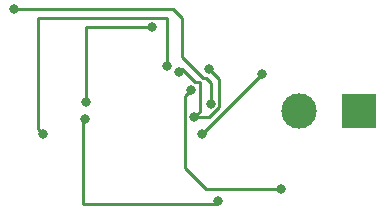
<source format=gbr>
%TF.GenerationSoftware,KiCad,Pcbnew,7.0.1-0*%
%TF.CreationDate,2023-04-21T23:39:25-07:00*%
%TF.ProjectId,Lab 2,4c616220-322e-46b6-9963-61645f706362,rev?*%
%TF.SameCoordinates,Original*%
%TF.FileFunction,Copper,L2,Bot*%
%TF.FilePolarity,Positive*%
%FSLAX46Y46*%
G04 Gerber Fmt 4.6, Leading zero omitted, Abs format (unit mm)*
G04 Created by KiCad (PCBNEW 7.0.1-0) date 2023-04-21 23:39:25*
%MOMM*%
%LPD*%
G01*
G04 APERTURE LIST*
%TA.AperFunction,ComponentPad*%
%ADD10C,3.000000*%
%TD*%
%TA.AperFunction,ComponentPad*%
%ADD11R,3.000000X3.000000*%
%TD*%
%TA.AperFunction,ViaPad*%
%ADD12C,0.800000*%
%TD*%
%TA.AperFunction,Conductor*%
%ADD13C,0.250000*%
%TD*%
G04 APERTURE END LIST*
D10*
%TO.P,J1,2,Pin_2*%
%TO.N,N/C*%
X152400000Y-96520000D03*
D11*
%TO.P,J1,1,Pin_1*%
X157480000Y-96520000D03*
%TD*%
D12*
%TO.N,*%
X143510000Y-97028000D03*
X144780000Y-92964000D03*
X134366000Y-95758000D03*
X145542000Y-104140000D03*
X128250000Y-87904000D03*
X143256000Y-94742000D03*
X142240000Y-93218000D03*
X139954000Y-89408000D03*
X134239000Y-97155000D03*
X144907000Y-95885000D03*
X141224000Y-92710000D03*
X130683000Y-98425000D03*
X150876000Y-103124000D03*
X149225000Y-93345000D03*
X144145000Y-98425000D03*
%TD*%
D13*
%TO.N,*%
X145632000Y-93816000D02*
X145632000Y-96185305D01*
X143981000Y-94071396D02*
X143601396Y-94071396D01*
X144780000Y-92964000D02*
X145632000Y-93816000D01*
X143981000Y-96557000D02*
X143981000Y-94071396D01*
X142494000Y-92964000D02*
X142240000Y-93218000D01*
X144789305Y-97028000D02*
X143510000Y-97028000D01*
X134366000Y-89408000D02*
X139954000Y-89408000D01*
X143601396Y-94071396D02*
X142494000Y-92964000D01*
X134366000Y-95758000D02*
X134366000Y-89408000D01*
X143510000Y-97028000D02*
X143981000Y-96557000D01*
X145632000Y-96185305D02*
X144789305Y-97028000D01*
X149225000Y-93345000D02*
X144145000Y-98425000D01*
X142494000Y-91948000D02*
X144272000Y-93726000D01*
X141224000Y-88646000D02*
X130302000Y-88646000D01*
X143256000Y-94742000D02*
X142748000Y-95250000D01*
X144526000Y-93726000D02*
X144907000Y-94107000D01*
X141224000Y-92710000D02*
X141224000Y-88646000D01*
X144272000Y-93726000D02*
X144526000Y-93726000D01*
X128250000Y-87904000D02*
X141752000Y-87904000D01*
X141752000Y-87904000D02*
X142494000Y-88646000D01*
X145288000Y-104394000D02*
X145542000Y-104140000D01*
X134239000Y-97155000D02*
X134112000Y-97282000D01*
X134112000Y-97282000D02*
X134112000Y-104394000D01*
X134112000Y-104394000D02*
X145288000Y-104394000D01*
X144907000Y-94107000D02*
X144907000Y-95885000D01*
X142494000Y-88646000D02*
X142494000Y-91948000D01*
X130302000Y-98044000D02*
X130683000Y-98425000D01*
X144526000Y-103124000D02*
X150876000Y-103124000D01*
X142748000Y-101346000D02*
X144526000Y-103124000D01*
X142748000Y-95250000D02*
X142748000Y-101346000D01*
X130302000Y-88646000D02*
X130302000Y-98044000D01*
%TD*%
M02*

</source>
